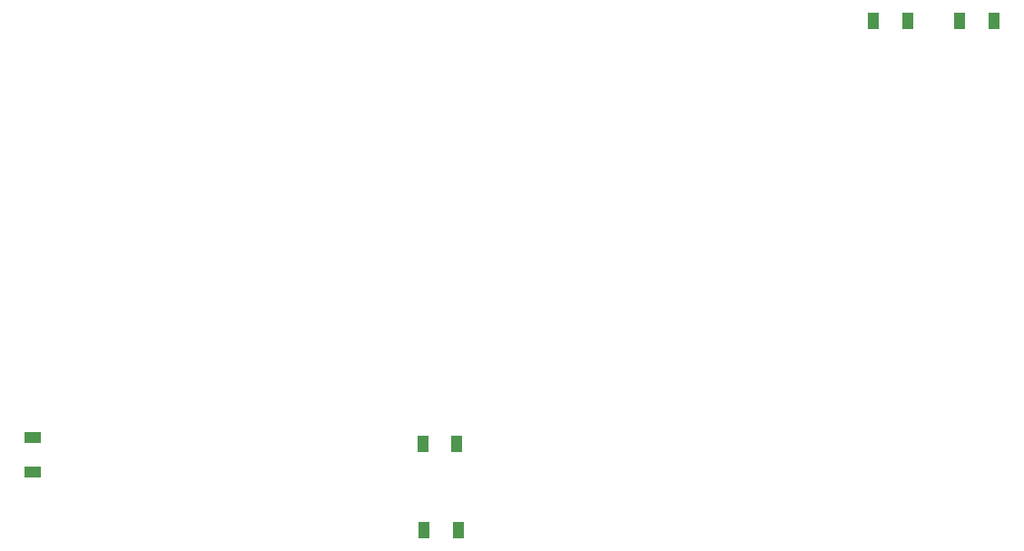
<source format=gtp>
G04*
G04 #@! TF.GenerationSoftware,Altium Limited,Altium Designer,21.1.1 (26)*
G04*
G04 Layer_Color=8421504*
%FSLAX44Y44*%
%MOMM*%
G71*
G04*
G04 #@! TF.SameCoordinates,4D4020B3-F9C7-4368-8432-2603F3E21EC1*
G04*
G04*
G04 #@! TF.FilePolarity,Positive*
G04*
G01*
G75*
%ADD17R,1.5000X1.0000*%
%ADD18R,1.0000X1.5000*%
D17*
X250000Y371000D02*
D03*
Y339000D02*
D03*
D18*
X1066000Y760000D02*
D03*
X1034000D02*
D03*
X1115000D02*
D03*
X1147000D02*
D03*
X646000Y365000D02*
D03*
X614000D02*
D03*
X647000Y285000D02*
D03*
X615000D02*
D03*
M02*

</source>
